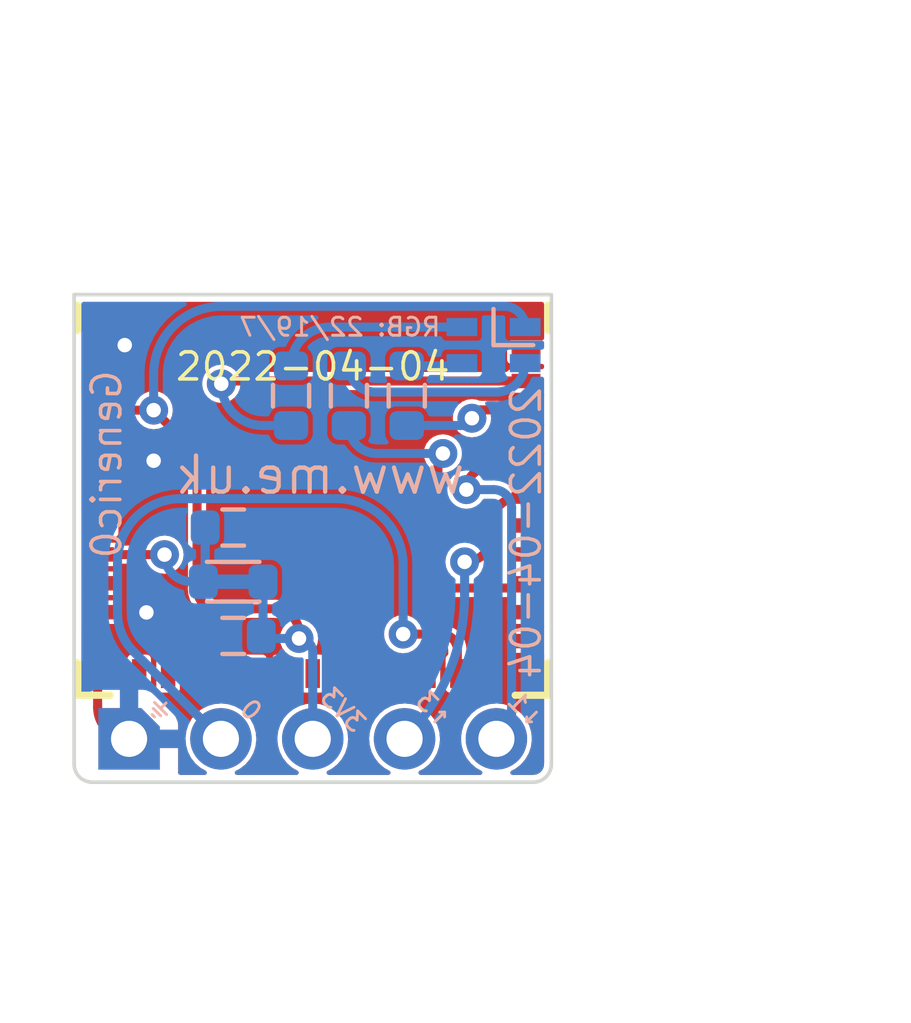
<source format=kicad_pcb>
(kicad_pcb (version 20211014) (generator pcbnew)
  (title_block (title "Generic ESP32-PICO-MINI Module") (date "${DATE}") (rev "1") (company "Adrian Kennard, Andrews & Arnold Ltd"))
  (layers (0 "F.Cu" signal) (31 "B.Cu" signal) (34 "B.Paste" user) (35 "F.Paste" user) (36 "B.SilkS" user "B.Silkscreen") (37 "F.SilkS" user "F.Silkscreen") (38 "B.Mask" user) (39 "F.Mask" user) (44 "Edge.Cuts" user))
  (property "DATE" "2022-04-04")
  (net 0 "")
  (net 1 "GND")
  (net 2 "TX")
  (net 3 "RX")
  (net 4 "Net-(D1-Pad2)")
  (net 11 "EN")
  (net 21 "Net-(D1-Pad3)")
  (net 22 "Net-(D1-Pad4)")
  (net 25 "GPIO0")
  (net 29 "R")
  (net 30 "G")
  (net 31 "B")
  (net 35 "+3V3")
  (footprint "RevK:ESP32-PICO-MINI-02" (layer "F.Cu") (at 100 44.19325)
    (fp_text reference "U1" hide)
    (fp_text value "ESP32-PICO-MINI-02")
    (fp_text user "${DATE}" (at 0 -3.6 unlocked) (layer "F.SilkS") (effects (font (size 0.75 0.75) (thickness 0.1))))
    (fp_line (start 6.5 -5.3) (end 6.5 -4.6) (layer "F.SilkS") (width 0.2))
    (fp_line (start 6.5 5.5) (end 5.6 5.5) (layer "F.SilkS") (width 0.2))
    (fp_line (start 6.5 4.6) (end 6.5 5.5) (layer "F.SilkS") (width 0.2))
    (fp_line (start -6.5 5.5) (end -5.6 5.5) (layer "F.SilkS") (width 0.2))
    (fp_line (start -6.5 4.6) (end -6.5 5.5) (layer "F.SilkS") (width 0.2))
    (fp_line (start -6.5 -5.3) (end -6.5 -4.6) (layer "F.SilkS") (width 0.2))
    (pad "1" smd rect (at -5.9 -4) (size 0.8 0.4) (layers "F.Cu" "F.Paste" "F.Mask") (net 1 "GND"))
    (pad "2" smd rect (at -5.9 -3.2) (size 0.8 0.4) (layers "F.Cu" "F.Paste" "F.Mask") (net 1 "GND"))
    (pad "3" smd rect (at -5.9 -2.4) (size 0.8 0.4) (layers "F.Cu" "F.Paste" "F.Mask") (net 35 "+3V3"))
    (pad "4" smd rect (at -5.9 -1.6) (size 0.8 0.4) (layers "F.Cu" "F.Paste" "F.Mask"))
    (pad "5" smd rect (at -5.9 -0.8) (size 0.8 0.4) (layers "F.Cu" "F.Paste" "F.Mask"))
    (pad "6" smd rect (at -5.9 0) (size 0.8 0.4) (layers "F.Cu" "F.Paste" "F.Mask"))
    (pad "7" smd rect (at -5.9 0.8) (size 0.8 0.4) (layers "F.Cu" "F.Paste" "F.Mask"))
    (pad "8" smd rect (at -5.9 1.6) (size 0.8 0.4) (layers "F.Cu" "F.Paste" "F.Mask") (net 11 "EN"))
    (pad "9" smd rect (at -5.9 2.4) (size 0.8 0.4) (layers "F.Cu" "F.Paste" "F.Mask"))
    (pad "10" smd rect (at -5.9 3.2) (size 0.8 0.4) (layers "F.Cu" "F.Paste" "F.Mask"))
    (pad "11" smd rect (at -5.9 4) (size 0.8 0.4) (layers "F.Cu" "F.Paste" "F.Mask") (net 1 "GND"))
    (pad "12" smd rect (at -4.8 4.9) (size 0.4 0.8) (layers "F.Cu" "F.Paste" "F.Mask"))
    (pad "13" smd rect (at -4 4.9) (size 0.4 0.8) (layers "F.Cu" "F.Paste" "F.Mask"))
    (pad "14" smd rect (at -3.2 4.9) (size 0.4 0.8) (layers "F.Cu" "F.Paste" "F.Mask") (net 1 "GND"))
    (pad "15" smd rect (at -2.4 4.9) (size 0.4 0.8) (layers "F.Cu" "F.Paste" "F.Mask"))
    (pad "16" smd rect (at -1.6 4.9) (size 0.4 0.8) (layers "F.Cu" "F.Paste" "F.Mask"))
    (pad "17" smd rect (at -0.8 4.9) (size 0.4 0.8) (layers "F.Cu" "F.Paste" "F.Mask"))
    (pad "18" smd rect (at 0 4.9) (size 0.4 0.8) (layers "F.Cu" "F.Paste" "F.Mask"))
    (pad "19" smd rect (at 0.8 4.9) (size 0.4 0.8) (layers "F.Cu" "F.Paste" "F.Mask"))
    (pad "20" smd rect (at 1.6 4.9) (size 0.4 0.8) (layers "F.Cu" "F.Paste" "F.Mask"))
    (pad "21" smd rect (at 2.4 4.9) (size 0.4 0.8) (layers "F.Cu" "F.Paste" "F.Mask"))
    (pad "22" smd rect (at 3.2 4.9) (size 0.4 0.8) (layers "F.Cu" "F.Paste" "F.Mask"))
    (pad "23" smd rect (at 4 4.9) (size 0.4 0.8) (layers "F.Cu" "F.Paste" "F.Mask") (net 25 "GPIO0"))
    (pad "24" smd rect (at 4.8 4.9) (size 0.4 0.8) (layers "F.Cu" "F.Paste" "F.Mask"))
    (pad "25" smd rect (at 5.9 4) (size 0.8 0.4) (layers "F.Cu" "F.Paste" "F.Mask"))
    (pad "26" smd rect (at 5.9 3.2) (size 0.8 0.4) (layers "F.Cu" "F.Paste" "F.Mask"))
    (pad "27" smd rect (at 5.9 2.4) (size 0.8 0.4) (layers "F.Cu" "F.Paste" "F.Mask") (net 31 "B"))
    (pad "28" smd rect (at 5.9 1.6) (size 0.8 0.4) (layers "F.Cu" "F.Paste" "F.Mask"))
    (pad "29" smd rect (at 5.9 0.8) (size 0.8 0.4) (layers "F.Cu" "F.Paste" "F.Mask"))
    (pad "30" smd rect (at 5.9 0) (size 0.8 0.4) (layers "F.Cu" "F.Paste" "F.Mask") (net 3 "RX"))
    (pad "31" smd rect (at 5.9 -0.8) (size 0.8 0.4) (layers "F.Cu" "F.Paste" "F.Mask") (net 2 "TX"))
    (pad "32" smd rect (at 5.9 -1.6) (size 0.8 0.4) (layers "F.Cu" "F.Paste" "F.Mask"))
    (pad "33" smd rect (at 5.9 -2.4) (size 0.8 0.4) (layers "F.Cu" "F.Paste" "F.Mask") (net 30 "G"))
    (pad "34" smd rect (at 5.9 -3.2) (size 0.8 0.4) (layers "F.Cu" "F.Paste" "F.Mask") (net 29 "R"))
    (pad "35" smd rect (at 5.9 -4) (size 0.8 0.4) (layers "F.Cu" "F.Paste" "F.Mask"))
    (pad "36" smd rect (at 4.8 -4.9) (size 0.4 0.8) (layers "F.Cu" "F.Paste" "F.Mask") (net 1 "GND"))
    (pad "37" smd rect (at 4 -4.9) (size 0.4 0.8) (layers "F.Cu" "F.Paste" "F.Mask") (net 1 "GND"))
    (pad "38" smd rect (at 3.2 -4.9) (size 0.4 0.8) (layers "F.Cu" "F.Paste" "F.Mask") (net 1 "GND"))
    (pad "39" smd rect (at 2.4 -4.9) (size 0.4 0.8) (layers "F.Cu" "F.Paste" "F.Mask") (net 1 "GND"))
    (pad "40" smd rect (at 1.6 -4.9) (size 0.4 0.8) (layers "F.Cu" "F.Paste" "F.Mask") (net 1 "GND"))
    (pad "41" smd rect (at 0.8 -4.9) (size 0.4 0.8) (layers "F.Cu" "F.Paste" "F.Mask") (net 1 "GND"))
    (pad "42" smd rect (at 0 -4.9) (size 0.4 0.8) (layers "F.Cu" "F.Paste" "F.Mask") (net 1 "GND"))
    (pad "43" smd rect (at -0.8 -4.9) (size 0.4 0.8) (layers "F.Cu" "F.Paste" "F.Mask") (net 1 "GND"))
    (pad "44" smd rect (at -1.6 -4.9) (size 0.4 0.8) (layers "F.Cu" "F.Paste" "F.Mask") (net 1 "GND"))
    (pad "45" smd rect (at -2.4 -4.9) (size 0.4 0.8) (layers "F.Cu" "F.Paste" "F.Mask") (net 1 "GND"))
    (pad "46" smd rect (at -3.2 -4.9) (size 0.4 0.8) (layers "F.Cu" "F.Paste" "F.Mask") (net 1 "GND"))
    (pad "47" smd rect (at -4 -4.9) (size 0.4 0.8) (layers "F.Cu" "F.Paste" "F.Mask") (net 1 "GND"))
    (pad "48" smd rect (at -4.8 -4.9) (size 0.4 0.8) (layers "F.Cu" "F.Paste" "F.Mask") (net 1 "GND"))
    (pad "49" smd rect (at 1.975 -1.975) (size 1.45 1.45) (layers "F.Cu" "F.Paste" "F.Mask") (net 1 "GND"))
    (pad "49" smd rect (at 0 0) (size 1.45 1.45) (layers "F.Cu" "F.Paste" "F.Mask") (net 1 "GND"))
    (pad "49" smd rect (at 0 1.975) (size 1.45 1.45) (layers "F.Cu" "F.Paste" "F.Mask") (net 1 "GND"))
    (pad "49" smd roundrect (at -1.975 -1.975) (size 1.45 1.45) (layers "F.Cu" "F.Paste" "F.Mask") (roundrect_rratio 0) (chamfer_ratio 0.41) (chamfer top_left) (net 1 "GND"))
    (pad "49" smd rect (at 1.975 0) (size 1.45 1.45) (layers "F.Cu" "F.Paste" "F.Mask") (net 1 "GND"))
    (pad "49" smd rect (at 1.975 1.975) (size 1.45 1.45) (layers "F.Cu" "F.Paste" "F.Mask") (net 1 "GND"))
    (pad "49" smd rect (at -1.975 1.975) (size 1.45 1.45) (layers "F.Cu" "F.Paste" "F.Mask") (net 1 "GND"))
    (pad "49" smd rect (at -1.975 0) (size 1.45 1.45) (layers "F.Cu" "F.Paste" "F.Mask") (net 1 "GND"))
    (pad "49" smd rect (at 0 -1.975) (size 1.45 1.45) (layers "F.Cu" "F.Paste" "F.Mask") (net 1 "GND"))
    (pad "50" smd rect (at 5.95 -4.95) (size 0.7 0.7) (layers "F.Cu" "F.Paste" "F.Mask") (net 1 "GND"))
    (pad "51" smd rect (at 5.95 4.95) (size 0.7 0.7) (layers "F.Cu" "F.Paste" "F.Mask") (net 1 "GND"))
    (pad "52" smd rect (at -5.95 4.95) (size 0.7 0.7) (layers "F.Cu" "F.Paste" "F.Mask") (net 1 "GND"))
    (pad "53" smd rect (at -5.95 -4.95) (size 0.7 0.7) (layers "F.Cu" "F.Paste" "F.Mask") (net 1 "GND"))
    (zone (net 0) (net_name "") (layer "F.Cu") (connect_pads (clearance 0)) (min_thickness 0.01)
      (keepout (tracks not_allowed) (vias not_allowed) (pads not_allowed) (copperpour not_allowed) (footprints allowed))
      (fill (thermal_gap 0.508) (thermal_bridge_width 0.508))
      (polygon (pts (xy 93.4 33.19325) (xy 106.6 33.19325) (xy 106.6 38.59325) (xy 93.4 38.59325)))
    )
    (zone (net 0) (net_name "") (layer "B.Cu") (connect_pads (clearance 0)) (min_thickness 0.01)
      (keepout (tracks not_allowed) (vias not_allowed) (pads not_allowed) (copperpour not_allowed) (footprints allowed))
      (fill (thermal_gap 0.508) (thermal_bridge_width 0.508))
      (polygon (pts (xy 93.4 33.19325) (xy 106.6 33.19325) (xy 106.6 38.59325) (xy 93.4 38.59325)))
    )
  )
  (footprint "RevK:Shelly" (layer "B.Cu") (at 100 50.9 180)
    (fp_text reference "J1" hide)
    (fp_text value "Shelly" hide)
    (fp_text user "3V3" (at -0.83 0.8 315 unlocked) (layer "B.SilkS") (effects (font (size 0.5 0.5) (thickness 0.08)) (justify mirror)))
    (fp_text user "0" (at 1.71 0.8 315 unlocked) (layer "B.SilkS") (effects (font (size 0.5 0.5) (thickness 0.08)) (justify mirror)))
    (fp_text user "↑3" (at -3.37 0.8 315 unlocked) (layer "B.SilkS") (effects (font (size 0.5 0.5) (thickness 0.08)) (justify mirror)))
    (fp_text user "⏚" (at 4.25 0.8 315 unlocked) (layer "B.SilkS") (effects (font (size 0.5 0.5) (thickness 0.08)) (justify mirror)))
    (fp_text user "↓1" (at -5.91 0.8 315 unlocked) (layer "B.SilkS") (effects (font (size 0.5 0.5) (thickness 0.08)) (justify mirror)))
    (pad "1" thru_hole roundrect (at 5.08 0 180) (size 1.7 1.7) (drill 1) (layers *.Cu *.Mask) (roundrect_rratio 0) (chamfer_ratio 0.3) (chamfer bottom_left) (net 1 "GND"))
    (pad "2" thru_hole oval (at 2.54 0 270) (size 1.7 1.7) (drill 1) (layers *.Cu *.Mask) (net 25 "GPIO0"))
    (pad "3" thru_hole oval (at 0 0 270) (size 1.7 1.7) (drill 1) (layers *.Cu *.Mask) (net 35 "+3V3"))
    (pad "4" thru_hole oval (at -2.54 0 270) (size 1.7 1.7) (drill 1) (layers *.Cu *.Mask) (net 3 "RX"))
    (pad "5" thru_hole oval (at -5.08 0 270) (size 1.7 1.7) (drill 1) (layers *.Cu *.Mask) (net 2 "TX"))
  )
  (footprint "RevK:R_0603" (layer "B.Cu") (at 102.6 41.4 -90)
    (fp_text reference "R2" hide)
    (fp_text value "2K")
    (fp_line (start -0.3 0.5) (end 0.3 0.5) (layer "B.SilkS") (width 0.12))
    (fp_line (start -0.3 -0.5) (end 0.3 -0.5) (layer "B.SilkS") (width 0.12))
    (pad "1" smd roundrect (at -0.825 0 270) (size 0.8 0.95) (layers "B.Cu" "B.Paste" "B.Mask") (net 21 "Net-(D1-Pad3)"))
    (pad "2" smd roundrect (at 0.825 0 270) (size 0.8 0.95) (layers "B.Cu" "B.Paste" "B.Mask") (net 30 "G"))
  )
  (footprint "RevK:C_0603" (layer "B.Cu") (at 97.8 45.05 180)
    (fp_text reference "C1" hide)
    (fp_text value "10nF")
    (fp_line (start -0.3 -0.5) (end 0.3 -0.5) (layer "B.SilkS") (width 0.12))
    (fp_line (start -0.3 0.5) (end 0.3 0.5) (layer "B.SilkS") (width 0.12))
    (pad "1" smd roundrect (at -0.775 0 180) (size 0.8 0.95) (layers "B.Cu" "B.Paste" "B.Mask") (net 1 "GND"))
    (pad "2" smd roundrect (at 0.775 0 180) (size 0.8 0.95) (layers "B.Cu" "B.Paste" "B.Mask") (net 11 "EN"))
  )
  (footprint "RevK:R_0603" (layer "B.Cu") (at 99.4 41.4 -90)
    (fp_text reference "R1" hide)
    (fp_text value "680R")
    (fp_line (start -0.3 0.5) (end 0.3 0.5) (layer "B.SilkS") (width 0.12))
    (fp_line (start -0.3 -0.5) (end 0.3 -0.5) (layer "B.SilkS") (width 0.12))
    (pad "1" smd roundrect (at -0.825 0 270) (size 0.8 0.95) (layers "B.Cu" "B.Paste" "B.Mask") (net 4 "Net-(D1-Pad2)"))
    (pad "2" smd roundrect (at 0.825 0 270) (size 0.8 0.95) (layers "B.Cu" "B.Paste" "B.Mask") (net 29 "R"))
  )
  (footprint "RevK:R_0603" (layer "B.Cu") (at 101 41.4 -90)
    (fp_text reference "R3" hide)
    (fp_text value "220R")
    (fp_line (start -0.3 -0.5) (end 0.3 -0.5) (layer "B.SilkS") (width 0.12))
    (fp_line (start -0.3 0.5) (end 0.3 0.5) (layer "B.SilkS") (width 0.12))
    (pad "1" smd roundrect (at -0.825 0 270) (size 0.8 0.95) (layers "B.Cu" "B.Paste" "B.Mask") (net 22 "Net-(D1-Pad4)"))
    (pad "2" smd roundrect (at 0.825 0 270) (size 0.8 0.95) (layers "B.Cu" "B.Paste" "B.Mask") (net 31 "B"))
  )
  (footprint "RevK:Pad_0603_Bridged" (layer "B.Cu") (at 97.8 46.55 180)
    (fp_text reference "R4" hide)
    (fp_text value "10K")
    (fp_poly (pts (xy -0.5 0.2) (xy 0.5 0.2) (xy 0.5 -0.2) (xy -0.5 -0.2)) (layer "B.Cu") (width 0) (fill solid))
    (fp_line (start -0.727064 -0.55) (end 0.727064 -0.55) (layer "B.SilkS") (width 0.12))
    (fp_line (start -0.727064 0.55) (end 0.727064 0.55) (layer "B.SilkS") (width 0.12))
    (pad "1" smd roundrect (at -0.825 0 180) (size 0.8 0.95) (layers "B.Cu" "B.Mask") (net 35 "+3V3"))
    (pad "2" smd roundrect (at 0.825 0 180) (size 0.8 0.95) (layers "B.Cu" "B.Mask") (net 11 "EN"))
    (zone (net 0) (net_name "") (layer "B.Cu") (connect_pads (clearance 0)) (min_thickness 0.254)
      (keepout (tracks allowed) (vias allowed) (pads allowed) (copperpour not_allowed) (footprints allowed))
      (fill (thermal_gap 0.508) (thermal_bridge_width 0.508))
      (polygon (pts (xy 96.75 47.025) (xy 98.8 47.025) (xy 98.8 46.075) (xy 96.75 46.075)))
    )
  )
  (footprint "RevK:LED-RGB-1.6x1.6" (layer "B.Cu") (at 105 40)
    (fp_text reference "D1" hide)
    (fp_text value "RGB")
    (fp_line (start 1.1 0) (end 0 0) (layer "B.SilkS") (width 0.12))
    (fp_line (start 0 0) (end 0 -1) (layer "B.SilkS") (width 0.12))
    (pad "1" smd rect (at 0.875 -0.5) (size 0.85 0.5) (layers "B.Cu" "B.Paste" "B.Mask") (net 35 "+3V3"))
    (pad "2" smd rect (at -0.875 -0.5) (size 0.85 0.5) (layers "B.Cu" "B.Paste" "B.Mask") (net 4 "Net-(D1-Pad2)"))
    (pad "3" smd rect (at -0.875 0.5) (size 0.85 0.5) (layers "B.Cu" "B.Paste" "B.Mask") (net 21 "Net-(D1-Pad3)"))
    (pad "4" smd rect (at 0.875 0.5) (size 0.85 0.5) (layers "B.Cu" "B.Paste" "B.Mask") (net 22 "Net-(D1-Pad4)"))
  )
  (footprint "RevK:C_0603" (layer "B.Cu") (at 97.8 48.05 180)
    (fp_text reference "C2" hide)
    (fp_text value "100nF")
    (fp_line (start -0.3 0.5) (end 0.3 0.5) (layer "B.SilkS") (width 0.12))
    (fp_line (start -0.3 -0.5) (end 0.3 -0.5) (layer "B.SilkS") (width 0.12))
    (pad "1" smd roundrect (at -0.775 0 180) (size 0.8 0.95) (layers "B.Cu" "B.Paste" "B.Mask") (net 35 "+3V3"))
    (pad "2" smd roundrect (at 0.775 0 180) (size 0.8 0.95) (layers "B.Cu" "B.Paste" "B.Mask") (net 1 "GND"))
  )
  (gr_line (start 106.6 38.6) (end 106.6 51.6) (layer "Edge.Cuts") (width 0.1))
  (gr_arc (start 106.6 51.6) (mid 106.453553 51.953553) (end 106.1 52.1) (layer "Edge.Cuts") (width 0.1))
  (gr_arc (start 93.9 52.1) (mid 93.546447 51.953553) (end 93.4 51.6) (layer "Edge.Cuts") (width 0.1))
  (gr_line (start 106.1 52.1) (end 93.9 52.1) (layer "Edge.Cuts") (width 0.1))
  (gr_line (start 93.4 51.6) (end 93.4 38.6) (layer "Edge.Cuts") (width 0.1))
  (gr_line (start 93.4 38.6) (end 106.6 38.6) (layer "Edge.Cuts") (width 0.1))
  (gr_text "Generic0" (at 94.3 43.3 90) (layer "B.SilkS") (effects (font (size 0.8 0.8) (thickness 0.1)) (justify mirror)))
  (gr_text "${DATE}" (at 105.9 45.2 90) (layer "B.SilkS") (effects (font (size 0.8 0.8) (thickness 0.1)) (justify mirror)))
  (gr_text "www.me.uk" (at 100.2 43.6) (layer "B.SilkS") (effects (font (size 1 1) (thickness 0.12)) (justify mirror)))
  (gr_text "RGB: 22/19/7" (at 100.75 39.5) (layer "B.SilkS") (effects (font (size 0.5 0.5) (thickness 0.08)) (justify mirror)))
  (segment (start 105.250489 48.500489) (end 104.426777 47.676777) (width 0.25) (layer "F.Cu") (net 1))
  (segment (start 102.816548 47.009798) (end 101.975 46.16825) (width 0.25) (layer "F.Cu") (net 1))
  (segment (start 94.05 49.14325) (end 94.05 50.03) (width 0.25) (layer "F.Cu") (net 1))
  (segment (start 105.250489 48.500489) (end 105.250489 48.950489) (width 0.25) (layer "F.Cu") (net 1))
  (segment (start 105.525 49.225) (end 105.86825 49.225) (width 0.25) (layer "F.Cu") (net 1))
  (via (at 95.4 47.4) (size 0.8) (drill 0.4) (layers "F.Cu" "B.Cu") (net 1))
  (via (at 94.8 40) (size 0.8) (drill 0.4) (layers "F.Cu" "B.Cu") (net 1))
  (via (at 95.6 43.2) (size 0.8) (drill 0.4) (layers "F.Cu" "B.Cu") (net 1))
  (arc (start 104.426777 47.676777) (mid 104.23097 47.545943) (end 104 47.5) (width 0.25) (layer "F.Cu") (net 1))
  (arc (start 94.05 50.03) (mid 94.304817 50.645183) (end 94.92 50.9) (width 0.25) (layer "F.Cu") (net 1))
  (arc (start 104 47.5) (mid 103.35952 47.372601) (end 102.816548 47.009798) (width 0.25) (layer "F.Cu") (net 1))
  (arc (start 105.86825 49.225) (mid 105.926056 49.201056) (end 105.95 49.14325) (width 0.25) (layer "F.Cu") (net 1))
  (arc (start 105.250489 48.950489) (mid 105.330891 49.144598) (end 105.525 49.225) (width 0.25) (layer "F.Cu") (net 1))
  (segment (start 105.9 43.39325) (end 104.85675 43.39325) (width 0.25) (layer "F.Cu") (net 2))
  (via (at 104.25 44) (size 0.8) (drill 0.4) (layers "F.Cu" "B.Cu") (net 2))
  (arc (start 104.85675 43.39325) (mid 104.427713 43.570963) (end 104.25 44) (width 0.25) (layer "F.Cu") (net 2))
  (segment (start 104.25 44) (end 105 44) (width 0.25) (layer "B.Cu") (net 2))
  (segment (start 105.5 44.5) (end 105.5 50.48) (width 0.25) (layer "B.Cu") (net 2))
  (arc (start 105.5 50.48) (mid 105.376985 50.776985) (end 105.08 50.9) (width 0.25) (layer "B.Cu") (net 2))
  (arc (start 105 44) (mid 105.353553 44.146447) (end 105.5 44.5) (width 0.25) (layer "B.Cu") (net 2))
  (segment (start 104.2 46) (end 104.2246 46) (width 0.25) (layer "F.Cu") (net 3))
  (segment (start 104.924501 45.024501) (end 104.924501 45.300099) (width 0.25) (layer "F.Cu") (net 3))
  (segment (start 105.9 44.19325) (end 105.755752 44.19325) (width 0.25) (layer "F.Cu") (net 3))
  (via (at 104.2 46) (size 0.8) (drill 0.4) (layers "F.Cu" "B.Cu") (net 3))
  (arc (start 104.2246 46) (mid 104.719505 45.795004) (end 104.924501 45.300099) (width 0.25) (layer "F.Cu") (net 3))
  (arc (start 105.755752 44.19325) (mid 105.167969 44.436718) (end 104.924501 45.024501) (width 0.25) (layer "F.Cu") (net 3))
  (segment (start 104.2 46) (end 104.2 46.892406) (width 0.25) (layer "B.Cu") (net 3))
  (arc (start 104.2 46.892406) (mid 103.76858 49.0613) (end 102.54 50.9) (width 0.25) (layer "B.Cu") (net 3))
  (segment (start 104.125 39.5) (end 100.475 39.5) (width 0.25) (layer "B.Cu") (net 4))
  (arc (start 100.475 39.5) (mid 99.71486 39.81486) (end 99.4 40.575) (width 0.25) (layer "B.Cu") (net 4))
  (segment (start 95.9 45.8) (end 94.10675 45.8) (width 0.25) (layer "F.Cu") (net 11))
  (via (at 95.9 45.8) (size 0.8) (drill 0.4) (layers "F.Cu" "B.Cu") (net 11))
  (arc (start 94.10675 45.8) (mid 94.101977 45.798023) (end 94.1 45.79325) (width 0.25) (layer "F.Cu") (net 11))
  (segment (start 97.025 45.05) (end 97.025 46.5) (width 0.25) (layer "B.Cu") (net 11))
  (segment (start 96.975 46.55) (end 96.65 46.55) (width 0.25) (layer "B.Cu") (net 11))
  (segment (start 97.025 46.5) (end 96.975 46.55) (width 0.25) (layer "B.Cu") (net 11))
  (arc (start 96.65 46.55) (mid 96.11967 46.33033) (end 95.9 45.8) (width 0.25) (layer "B.Cu") (net 11))
  (segment (start 104.05 40.575) (end 104.125 40.5) (width 0.25) (layer "B.Cu") (net 21))
  (segment (start 102.6 40.575) (end 104.05 40.575) (width 0.25) (layer "B.Cu") (net 21))
  (segment (start 105.07548 41.29952) (end 101.72452 41.29952) (width 0.25) (layer "B.Cu") (net 22))
  (arc (start 101.72452 41.29952) (mid 101.212207 41.087313) (end 101 40.575) (width 0.25) (layer "B.Cu") (net 22))
  (arc (start 105.875 40.5) (mid 105.640826 41.065346) (end 105.07548 41.29952) (width 0.25) (layer "B.Cu") (net 22))
  (segment (start 104 48.44325) (end 104 49.09325) (width 0.25) (layer "F.Cu") (net 25))
  (segment (start 103.55675 48) (end 102.5 48) (width 0.25) (layer "F.Cu") (net 25))
  (via (at 102.5 48) (size 0.8) (drill 0.4) (layers "F.Cu" "B.Cu") (net 25))
  (arc (start 103.55675 48) (mid 103.870175 48.129825) (end 104 48.44325) (width 0.25) (layer "F.Cu") (net 25))
  (segment (start 97.46 50.9) (end 95.052549 48.492549) (width 0.25) (layer "B.Cu") (net 25))
  (segment (start 94.6 47.4) (end 94.6 46) (width 0.25) (layer "B.Cu") (net 25))
  (segment (start 102.5 48) (end 102.5 46.1) (width 0.25) (layer "B.Cu") (net 25))
  (segment (start 96.34952 44.25048) (end 100.65048 44.25048) (width 0.25) (layer "B.Cu") (net 25))
  (arc (start 102.5 46.1) (mid 101.958288 44.792192) (end 100.65048 44.25048) (width 0.25) (layer "B.Cu") (net 25))
  (arc (start 95.052549 48.492549) (mid 94.717613 47.991284) (end 94.6 47.4) (width 0.25) (layer "B.Cu") (net 25))
  (arc (start 94.6 46) (mid 95.112423 44.762903) (end 96.34952 44.25048) (width 0.25) (layer "B.Cu") (net 25))
  (segment (start 97.469964 41.069964) (end 97.546678 40.99325) (width 0.25) (layer "F.Cu") (net 29))
  (segment (start 97.546678 40.99325) (end 105.9 40.99325) (width 0.25) (layer "F.Cu") (net 29))
  (via (at 97.469964 41.069964) (size 0.8) (drill 0.4) (layers "F.Cu" "B.Cu") (net 29))
  (segment (start 99.4 42.225) (end 98.625 42.225) (width 0.25) (layer "B.Cu") (net 29))
  (arc (start 98.625 42.225) (mid 97.808266 41.886698) (end 97.469964 41.069964) (width 0.25) (layer "B.Cu") (net 29))
  (segment (start 105.9 41.79325) (end 104.633226 41.79325) (width 0.25) (layer "F.Cu") (net 30))
  (segment (start 104.633226 41.79325) (end 104.402456 42.02402) (width 0.25) (layer "F.Cu") (net 30))
  (via (at 104.402456 42.02402) (size 0.8) (drill 0.4) (layers "F.Cu" "B.Cu") (net 30))
  (segment (start 102.6 42.225) (end 104.201476 42.225) (width 0.25) (layer "B.Cu") (net 30))
  (segment (start 104.201476 42.225) (end 104.402456 42.02402) (width 0.25) (layer "B.Cu") (net 30))
  (segment (start 103.4632 43.1368) (end 103.6 43) (width 0.25) (layer "F.Cu") (net 31))
  (segment (start 105.9 46.59325) (end 105.768749 46.724501) (width 0.25) (layer "F.Cu") (net 31))
  (segment (start 105.768749 46.724501) (end 103.899901 46.724501) (width 0.25) (layer "F.Cu") (net 31))
  (segment (start 103.4632 46.2878) (end 103.4632 43.1368) (width 0.25) (layer "F.Cu") (net 31))
  (via (at 103.6 43) (size 0.8) (drill 0.4) (layers "F.Cu" "B.Cu") (net 31))
  (arc (start 103.899901 46.724501) (mid 103.591107 46.596594) (end 103.4632 46.2878) (width 0.25) (layer "F.Cu") (net 31))
  (segment (start 101.775 43) (end 103.6 43) (width 0.25) (layer "B.Cu") (net 31))
  (arc (start 101 42.225) (mid 101.226992 42.773008) (end 101.775 43) (width 0.25) (layer "B.Cu") (net 31))
  (segment (start 96.8 44) (end 96.8 46.75) (width 0.25) (layer "F.Cu") (net 35))
  (segment (start 95.6 41.8) (end 94.10675 41.8) (width 0.25) (layer "F.Cu") (net 35))
  (segment (start 99.620136 48.121366) (end 99.620136 47.970136) (width 0.25) (layer "F.Cu") (net 35))
  (segment (start 98.95 47.3) (end 97.35 47.3) (width 0.25) (layer "F.Cu") (net 35))
  (segment (start 96.092893 42.292893) (end 95.6 41.8) (width 0.25) (layer "F.Cu") (net 35))
  (segment (start 94.10675 41.8) (end 94.1 41.79325) (width 0.25) (layer "F.Cu") (net 35))
  (via (at 95.6 41.8) (size 0.8) (drill 0.4) (layers "F.Cu" "B.Cu") (net 35))
  (via (at 99.620136 48.121366) (size 0.8) (drill 0.4) (layers "F.Cu" "B.Cu") (net 35))
  (arc (start 99.620136 47.970136) (mid 99.423858 47.496278) (end 98.95 47.3) (width 0.25) (layer "F.Cu") (net 35))
  (arc (start 97.35 47.3) (mid 96.961091 47.138909) (end 96.8 46.75) (width 0.25) (layer "F.Cu") (net 35))
  (arc (start 96.8 44) (mid 96.616229 43.07612) (end 96.092893 42.292893) (width 0.25) (layer "F.Cu") (net 35))
  (segment (start 98.646366 48.121366) (end 98.575 48.05) (width 0.25) (layer "B.Cu") (net 35))
  (segment (start 100 48.50123) (end 100 50.9) (width 0.25) (layer "B.Cu") (net 35))
  (segment (start 98.625 48) (end 98.575 48.05) (width 0.25) (layer "B.Cu") (net 35))
  (segment (start 99.620136 48.121366) (end 98.646366 48.121366) (width 0.25) (layer "B.Cu") (net 35))
  (segment (start 98.625 46.55) (end 98.625 48) (width 0.25) (layer "B.Cu") (net 35))
  (segment (start 95.6 41.8) (end 95.6 40.8) (width 0.25) (layer "B.Cu") (net 35))
  (segment (start 97.474511 38.925489) (end 105.300489 38.925489) (width 0.25) (layer "B.Cu") (net 35))
  (arc (start 95.6 40.8) (mid 96.149032 39.474521) (end 97.474511 38.925489) (width 0.25) (layer "B.Cu") (net 35))
  (arc (start 99.620136 48.121366) (mid 99.88874 48.232626) (end 100 48.50123) (width 0.25) (layer "B.Cu") (net 35))
  (arc (start 105.300489 38.925489) (mid 105.70673 39.093759) (end 105.875 39.5) (width 0.25) (layer "B.Cu") (net 35))
  (zone (net 1) (net_name "GND") (layers F&B.Cu) (connect_pads thru_hole_only (clearance 0.125)) (min_thickness 0.125) (fill yes (thermal_gap 0.508) (thermal_bridge_width 0.508))
    (polygon (pts (xy 106.6 58.1) (xy 93.4 58.1) (xy 93.4 38.6) (xy 106.6 38.6)))
  )
)
</source>
